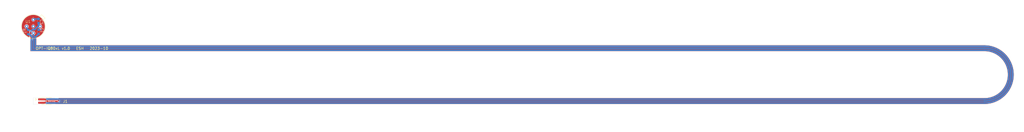
<source format=kicad_pcb>
(kicad_pcb (version 20221018) (generator pcbnew)
  (layers (0 "F.Cu" signal) (31 "B.Cu" signal) (34 "B.Paste" user) (35 "F.Paste" user) (36 "B.SilkS" user "B.Silkscreen") (37 "F.SilkS" user "F.Silkscreen") (38 "B.Mask" user) (39 "F.Mask" user) (44 "Edge.Cuts" user))
  (net 0 "")
  (net 1 "VCC")
  (net 2 "GND")
  (net 3 "VSS")
  (net 4 "Net-(J1-Pin_2)")
  (net 5 "Net-(U1-OUT)")
  (footprint "my_header:PinHeader_2x02_P1.27mm_compact" (layer "F.Cu") (at 30 53.25)
    (fp_text reference "J1" (at 7.112 0.127) (layer "F.SilkS"))
    (fp_text value "Conn_02x02_Odd_Even")
    (fp_line (start -4.191 -1.016) (end -3.556 -0.635) (stroke (width 0.1)) (layer "F.SilkS"))
    (fp_line (start -4.191 -0.254) (end -4.191 -1.016) (stroke (width 0.1)) (layer "F.SilkS"))
    (fp_line (start -3.556 -0.635) (end -4.191 -0.254) (stroke (width 0.1)) (layer "F.SilkS"))
    (fp_line (start -3.09 -1.265) (end -1.765 -1.265) (stroke (width 0.12)) (layer "F.SilkS"))
    (fp_line (start -1.765 -1.33) (end -1.765 -1.265) (stroke (width 0.12)) (layer "F.SilkS"))
    (fp_line (start -1.765 -1.33) (end 1.765 -1.33) (stroke (width 0.12)) (layer "F.SilkS"))
    (fp_line (start -1.765 1.265) (end -1.765 1.33) (stroke (width 0.12)) (layer "F.SilkS"))
    (fp_line (start -1.765 1.33) (end 1.765 1.33) (stroke (width 0.12)) (layer "F.SilkS"))
    (fp_line (start 1.765 -1.33) (end 1.765 -1.265) (stroke (width 0.12)) (layer "F.SilkS"))
    (fp_line (start 1.765 1.265) (end 1.765 1.33) (stroke (width 0.12)) (layer "F.SilkS"))
    (pad "1" smd rect (at -1.95 -0.635) (size 2.4 0.74) (layers "F.Cu" "F.Paste" "F.Mask") (net 3 "VSS"))
    (pad "2" smd rect (at 1.95 -0.635) (size 2.4 0.74) (layers "F.Cu" "F.Paste" "F.Mask") (net 4 "Net-(J1-Pin_2)"))
    (pad "3" smd rect (at -1.95 0.635) (size 2.4 0.74) (layers "F.Cu" "F.Paste" "F.Mask") (net 1 "VCC"))
    (pad "4" smd rect (at 1.95 0.635) (size 2.4 0.74) (layers "F.Cu" "F.Paste" "F.Mask") (net 2 "GND"))
  )
  (footprint "my_IQ80:IQ80xL" (layer "F.Cu") (at 25 25 90)
    (fp_text reference "U1" (at 1.8 -2 unlocked) (layer "F.SilkS") (effects (font (thickness 0.1))))
    (fp_text value "IQ80xL")
    (fp_line (start 2.54 3.81) (end 3.175 4.445) (stroke (width 0.1)) (layer "F.SilkS"))
    (fp_line (start 3.175 4.445) (end 4.445 3.175) (stroke (width 0.1)) (layer "F.SilkS"))
    (fp_line (start 4.445 3.175) (end 3.81 2.54) (stroke (width 0.1)) (layer "F.SilkS"))
    (fp_circle (center 0 0) (end 3.81 2.54) (stroke (width 0.1)) (fill none) (layer "F.SilkS"))
    (pad "1" thru_hole circle (at 2.54 0 90) (size 1.143 1.143) (drill 0.5588) (layers "*.Cu" "*.Mask") (net 2 "GND"))
    (pad "2" thru_hole circle (at 0 -2.54 90) (size 1.143 1.143) (drill 0.5588) (layers "*.Cu" "*.Mask") (net 5 "Net-(U1-OUT)"))
    (pad "3" thru_hole circle (at -2.54 0 90) (size 1.143 1.143) (drill 0.5588) (layers "*.Cu" "*.Mask") (net 1 "VCC"))
    (pad "4" thru_hole circle (at 0 2.54 90) (size 1.143 1.143) (drill 0.5588) (layers "*.Cu" "*.Mask") (net 3 "VSS"))
    (pad "5" thru_hole circle (at 0 0 90) (size 1.143 1.143) (drill 0.5588) (layers "*.Cu" "*.Mask") (net 2 "GND"))
  )
  (footprint "Capacitor_SMD:C_0603_1608Metric" (layer "B.Cu") (at 27 22.95 90)
    (fp_text reference "C2" (at -0.35 1.2 90) (layer "B.SilkS") (effects (justify mirror)))
    (fp_text value "C_Small")
    (fp_line (start -0.14058 -0.51) (end 0.14058 -0.51) (stroke (width 0.12)) (layer "B.SilkS"))
    (fp_line (start -0.14058 0.51) (end 0.14058 0.51) (stroke (width 0.12)) (layer "B.SilkS"))
    (pad "1" smd roundrect (at -0.775 0 90) (size 0.9 0.95) (layers "B.Cu" "B.Paste" "B.Mask") (net 3 "VSS"))
    (pad "2" smd roundrect (at 0.775 0 90) (size 0.9 0.95) (layers "B.Cu" "B.Paste" "B.Mask") (net 2 "GND"))
  )
  (footprint "Capacitor_SMD:C_0603_1608Metric" (layer "B.Cu") (at 27 27.05 90)
    (fp_text reference "C1" (at 0.55 1.3 90) (layer "B.SilkS") (effects (justify mirror)))
    (fp_text value "C_Small")
    (fp_line (start -0.14058 -0.51) (end 0.14058 -0.51) (stroke (width 0.12)) (layer "B.SilkS"))
    (fp_line (start -0.14058 0.51) (end 0.14058 0.51) (stroke (width 0.12)) (layer "B.SilkS"))
    (pad "1" smd roundrect (at -0.775 0 90) (size 0.9 0.95) (layers "B.Cu" "B.Paste" "B.Mask") (net 1 "VCC"))
    (pad "2" smd roundrect (at 0.775 0 90) (size 0.9 0.95) (layers "B.Cu" "B.Paste" "B.Mask") (net 2 "GND"))
  )
  (footprint "Resistor_SMD:R_0603_1608Metric" (layer "B.Cu") (at 23.1 27.15 -90)
    (fp_text reference "R1" (at -0.45 1.4 90) (layer "B.SilkS") (effects (justify mirror)))
    (fp_text value "0R")
    (fp_line (start -0.237258 -0.5225) (end 0.237258 -0.5225) (stroke (width 0.12)) (layer "B.SilkS"))
    (fp_line (start -0.237258 0.5225) (end 0.237258 0.5225) (stroke (width 0.12)) (layer "B.SilkS"))
    (pad "1" smd roundrect (at -0.825 0 270) (size 0.8 0.95) (layers "B.Cu" "B.Paste" "B.Mask") (net 5 "Net-(U1-OUT)"))
    (pad "2" smd roundrect (at 0.825 0 270) (size 0.8 0.95) (layers "B.Cu" "B.Paste" "B.Mask") (net 4 "Net-(J1-Pin_2)"))
  )
  (gr_arc (start 23.75 29.322904) (mid 25 20.5) (end 26.25 29.322904) (stroke (width 0.05)) (layer "Edge.Cuts"))
  (gr_line (start 23.75 34.5) (end 385 34.5) (stroke (width 0.05)) (layer "Edge.Cuts"))
  (gr_arc (start 385 32) (mid 396.25 43.25) (end 385 54.5) (stroke (width 0.05)) (layer "Edge.Cuts"))
  (gr_line (start 25 52) (end 385 52) (stroke (width 0.05)) (layer "Edge.Cuts"))
  (gr_arc (start 385 34.5) (mid 393.75 43.25) (end 385 52) (stroke (width 0.05)) (layer "Edge.Cuts"))
  (gr_line (start 385 32) (end 26.25 32) (stroke (width 0.05)) (layer "Edge.Cuts"))
  (gr_line (start 26.25 32) (end 26.25 29.322904) (stroke (width 0.05)) (layer "Edge.Cuts"))
  (gr_line (start 23.75 29.32033) (end 23.75 34.5) (stroke (width 0.05)) (layer "Edge.Cuts"))
  (gr_line (start 25 52) (end 25 54.5) (stroke (width 0.05)) (layer "Edge.Cuts"))
  (gr_line (start 25 54.5) (end 385 54.5) (stroke (width 0.05)) (layer "Edge.Cuts"))
  (gr_text "OPT-IQ80xL v1.0   ESH   2023-10" (at 25.8 33.9) (layer "F.SilkS") (effects (font (size 1 1)) (justify left bottom)))
  (segment (start 28.05 53.885) (end 29.835 53.885) (width 0.6) (layer "F.Cu") (net 1))
  (segment (start 29.835 53.885) (end 29.95 54) (width 0.6) (layer "F.Cu") (net 1))
  (via (at 29.95 54) (size 0.4) (drill 0.2) (layers "F.Cu" "B.Cu") (net 1))
  (segment (start 25 27.54) (end 25 28.325) (width 0.5) (layer "B.Cu") (net 1))
  (segment (start 25.75 29.075) (end 25.75 29.1) (width 0.6) (layer "B.Cu") (net 1))
  (segment (start 27 27.825) (end 25.75 29.075) (width 0.6) (layer "B.Cu") (net 1))
  (segment (start 25 28.325) (end 25.75 29.075) (width 0.5) (layer "B.Cu") (net 1))
  (segment (start 25.75 29.1) (end 25.75 32.5) (width 0.6) (layer "B.Cu") (net 1))
  (segment (start 29.95 54) (end 385 54) (width 0.6) (layer "B.Cu") (net 1))
  (segment (start 27 27.825) (end 26.925 27.825) (width 0.6) (layer "B.Cu") (net 1))
  (segment (start 25.75 32.5) (end 385 32.5) (width 0.6) (layer "B.Cu") (net 1))
  (arc (start 385 32.5) (mid 395.75 43.25) (end 385 54) (width 0.6) (layer "B.Cu") (net 1))
  (via (at 27.975 26.275) (size 0.4) (drill 0.2) (layers "F.Cu" "B.Cu") (net 2))
  (segment (start 25.285 22.175) (end 25 22.46) (width 0.5) (layer "B.Cu") (net 2))
  (segment (start 27 26.275) (end 27.975 26.275) (width 0.5) (layer "B.Cu") (net 2))
  (segment (start 27 22.175) (end 25.285 22.175) (width 0.5) (layer "B.Cu") (net 2))
  (segment (start 28 26.3) (end 27.975 26.275) (width 0.5) (layer "B.Cu") (net 2))
  (segment (start 24.25 29) (end 24.25 29.9) (width 0.6) (layer "F.Cu") (net 3))
  (segment (start 24 28.75) (end 24.25 29) (width 0.6) (layer "F.Cu") (net 3))
  (segment (start 28.05 52.615) (end 29.935 52.615) (width 0.6) (layer "F.Cu") (net 3))
  (segment (start 24 26.9) (end 24 28.75) (width 0.6) (layer "F.Cu") (net 3))
  (segment (start 29.935 52.615) (end 30.05 52.5) (width 0.6) (layer "F.Cu") (net 3))
  (via (at 24.25 29.9) (size 0.4) (drill 0.2) (layers "F.Cu" "B.Cu") (net 3))
  (via (at 30.05 52.5) (size 0.4) (drill 0.2) (layers "F.Cu" "B.Cu") (net 3))
  (via (at 24 26.9) (size 0.4) (drill 0.2) (layers "F.Cu" "B.Cu") (net 3))
  (segment (start 26.75 25) (end 25.55 26.2) (width 0.6) (layer "B.Cu") (net 3))
  (segment (start 27 24.46) (end 27.54 25) (width 0.6) (layer "B.Cu") (net 3))
  (segment (start 30.05 52.5) (end 385 52.5) (width 0.6) (layer "B.Cu") (net 3))
  (segment (start 27 23.725) (end 27 24.46) (width 0.6) (layer "B.Cu") (net 3))
  (segment (start 24.25 29.9) (end 24.25 34) (width 0.6) (layer "B.Cu") (net 3))
  (segment (start 27.54 25) (end 26.75 25) (width 0.6) (layer "B.Cu") (net 3))
  (segment (start 25.55 26.2) (end 24.7 26.2) (width 0.6) (layer "B.Cu") (net 3))
  (segment (start 24.25 34) (end 385 34) (width 0.6) (layer "B.Cu") (net 3))
  (segment (start 24.7 26.2) (end 24 26.9) (width 0.6) (layer "B.Cu") (net 3))
  (arc (start 385 34) (mid 394.25 43.25) (end 385 52.5) (width 0.6) (layer "B.Cu") (net 3))
  (segment (start 31.95 52.615) (end 34.215 52.615) (width 0.6) (layer "F.Cu") (net 4))
  (segment (start 34.215 52.615) (end 34.85 53.25) (width 0.6) (layer "F.Cu") (net 4))
  (via (at 34.85 53.25) (size 0.4) (drill 0.2) (layers "F.Cu" "B.Cu") (net 4))
  (segment (start 23.1 27.975) (end 23.575 27.975) (width 0.7) (layer "B.Cu") (net 4))
  (segment (start 23.575 27.975) (end 25 29.4) (width 0.7) (layer "B.Cu") (net 4))
  (segment (start 25 33.25) (end 385 33.25) (width 0.7) (layer "B.Cu") (net 4))
  (segment (start 25 29.4) (end 25 33.25) (width 0.7) (layer "B.Cu") (net 4))
  (segment (start 34.85 53.25) (end 385 53.25) (width 0.6) (layer "B.Cu") (net 4))
  (arc (start 385 33.25) (mid 395 43.25) (end 385 53.25) (width 0.7) (layer "B.Cu") (net 4))
  (segment (start 22.46 25) (end 22.46 25.685) (width 0.5) (layer "B.Cu") (net 5))
  (segment (start 22.46 25.685) (end 23.1 26.325) (width 0.5) (layer "B.Cu") (net 5))
  (zone (net 2) (net_name "GND") (layer "F.Cu") (connect_pads (clearance 0.15)) (min_thickness 0.15) (fill yes (thermal_gap 0.15) (thermal_bridge_width 0.15))
    (polygon (pts (xy 15 15) (xy 400 15) (xy 400 65) (xy 15 65)))
  )
)
</source>
